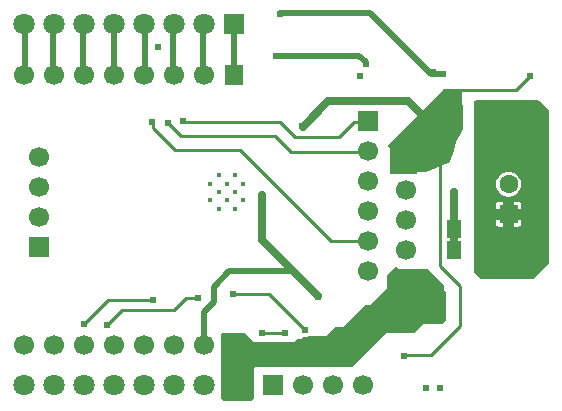
<source format=gbl>
G04 Layer: BottomLayer*
G04 EasyEDA v6.5.44, 2024-09-01 12:15:54*
G04 62699ee94d054cea995aae1e18215b50,9332716679504667801b7cb99b0421ba,10*
G04 Gerber Generator version 0.2*
G04 Scale: 100 percent, Rotated: No, Reflected: No *
G04 Dimensions in inches *
G04 leading zeros omitted , absolute positions ,3 integer and 6 decimal *
%FSLAX36Y36*%
%MOIN*%

%AMMACRO1*21,1,$1,$2,0,0,$3*%
%ADD10C,0.0250*%
%ADD11C,0.0100*%
%ADD12C,0.0200*%
%ADD13MACRO1,0.0472X0.0591X0.0000*%
%ADD14MACRO1,0.0669X0.0669X-90.0000*%
%ADD15C,0.0669*%
%ADD16MACRO1,0.062X0.0669X0.0000*%
%ADD17MACRO1,0.0709X0.0709X0.0000*%
%ADD18C,0.0709*%
%ADD19R,0.0669X0.0669*%
%ADD20R,0.0709X0.0709*%
%ADD21R,0.0630X0.0630*%
%ADD22C,0.0630*%
%ADD23C,0.0157*%
%ADD24C,0.0244*%
%ADD25C,0.0128*%

%LPD*%
G36*
X2447660Y2219220D02*
G01*
X2446140Y2219520D01*
X2444840Y2220380D01*
X2443960Y2221680D01*
X2443660Y2223220D01*
X2443660Y2304820D01*
X2443480Y2305440D01*
X2440540Y2309120D01*
X2439880Y2310300D01*
X2439660Y2311620D01*
X2439660Y2316560D01*
X2439960Y2318100D01*
X2440820Y2319380D01*
X2620500Y2500040D01*
X2621800Y2500900D01*
X2623320Y2501220D01*
X2672000Y2501220D01*
X2673540Y2500920D01*
X2674840Y2500040D01*
X2683500Y2491380D01*
X2684360Y2490080D01*
X2684660Y2488560D01*
X2684660Y2452600D01*
X2684740Y2452200D01*
X2686040Y2450140D01*
X2686500Y2449120D01*
X2686660Y2448000D01*
X2686660Y2365240D01*
X2686540Y2364240D01*
X2686160Y2363320D01*
X2665120Y2325220D01*
X2664940Y2324740D01*
X2655100Y2285420D01*
X2654800Y2284600D01*
X2640680Y2256360D01*
X2639820Y2255200D01*
X2638600Y2254440D01*
X2564380Y2224500D01*
X2562880Y2224220D01*
X2535060Y2224220D01*
X2534380Y2223940D01*
X2530840Y2220380D01*
X2529540Y2219520D01*
X2528000Y2219220D01*
G37*

%LPD*%
G36*
X2746660Y1870000D02*
G01*
X2745120Y1870300D01*
X2743820Y1871180D01*
X2726180Y1888820D01*
X2725299Y1890120D01*
X2725000Y1891660D01*
X2725000Y2458340D01*
X2725299Y2459880D01*
X2726180Y2461180D01*
X2728820Y2463820D01*
X2730120Y2464700D01*
X2731660Y2465000D01*
X2938340Y2465000D01*
X2939880Y2464700D01*
X2941180Y2463820D01*
X2973820Y2431180D01*
X2974700Y2429880D01*
X2975000Y2428340D01*
X2975000Y1921660D01*
X2974700Y1920120D01*
X2973820Y1918820D01*
X2926180Y1871180D01*
X2924880Y1870300D01*
X2923340Y1870000D01*
G37*

%LPC*%
G36*
X2808720Y2043300D02*
G01*
X2821760Y2043300D01*
X2821760Y2066759D01*
X2798300Y2066759D01*
X2798300Y2053720D01*
X2798580Y2051240D01*
X2799340Y2049079D01*
X2800539Y2047160D01*
X2802160Y2045540D01*
X2804080Y2044340D01*
X2806240Y2043580D01*
G37*
G36*
X2858240Y2043300D02*
G01*
X2871280Y2043300D01*
X2873759Y2043580D01*
X2875920Y2044340D01*
X2877840Y2045540D01*
X2879460Y2047160D01*
X2880659Y2049079D01*
X2881420Y2051240D01*
X2881700Y2053720D01*
X2881700Y2066759D01*
X2858240Y2066759D01*
G37*
G36*
X2798300Y2103240D02*
G01*
X2821760Y2103240D01*
X2821760Y2126700D01*
X2808720Y2126700D01*
X2806240Y2126420D01*
X2804080Y2125660D01*
X2802160Y2124460D01*
X2800539Y2122840D01*
X2799340Y2120920D01*
X2798580Y2118760D01*
X2798300Y2116280D01*
G37*
G36*
X2858240Y2103240D02*
G01*
X2881700Y2103240D01*
X2881700Y2116280D01*
X2881420Y2118760D01*
X2880659Y2120920D01*
X2879460Y2122840D01*
X2877840Y2124460D01*
X2875920Y2125660D01*
X2873759Y2126420D01*
X2871280Y2126700D01*
X2858240Y2126700D01*
G37*
G36*
X2840000Y2143320D02*
G01*
X2845440Y2143660D01*
X2850779Y2144740D01*
X2855960Y2146480D01*
X2860840Y2148900D01*
X2865380Y2151920D01*
X2869480Y2155520D01*
X2873080Y2159620D01*
X2876100Y2164160D01*
X2878519Y2169040D01*
X2880260Y2174220D01*
X2881340Y2179560D01*
X2881680Y2185000D01*
X2881340Y2190440D01*
X2880260Y2195780D01*
X2878519Y2200960D01*
X2876100Y2205840D01*
X2873080Y2210380D01*
X2869480Y2214480D01*
X2865380Y2218080D01*
X2860840Y2221100D01*
X2855960Y2223520D01*
X2850779Y2225260D01*
X2845440Y2226340D01*
X2840000Y2226680D01*
X2834560Y2226340D01*
X2829220Y2225260D01*
X2824040Y2223520D01*
X2819160Y2221100D01*
X2814620Y2218080D01*
X2810520Y2214480D01*
X2806920Y2210380D01*
X2803900Y2205840D01*
X2801480Y2200960D01*
X2799740Y2195780D01*
X2798660Y2190440D01*
X2798320Y2185000D01*
X2798660Y2179560D01*
X2799740Y2174220D01*
X2801480Y2169040D01*
X2803900Y2164160D01*
X2806920Y2159620D01*
X2810520Y2155520D01*
X2814620Y2151920D01*
X2819160Y2148900D01*
X2824040Y2146480D01*
X2829220Y2144740D01*
X2834560Y2143660D01*
G37*

%LPD*%
G36*
X1892060Y1461699D02*
G01*
X1890540Y1462020D01*
X1889240Y1462880D01*
X1883580Y1468540D01*
X1882700Y1469840D01*
X1882400Y1471360D01*
X1882400Y1684820D01*
X1882700Y1686320D01*
X1883540Y1687600D01*
X1884800Y1688480D01*
X1886300Y1688820D01*
X1957680Y1690660D01*
X1959280Y1690380D01*
X1960620Y1689500D01*
X1989120Y1660980D01*
X1989800Y1660700D01*
X1993740Y1660700D01*
X1995280Y1660400D01*
X1996579Y1659540D01*
X1998440Y1657780D01*
X1998800Y1657700D01*
X2124020Y1657700D01*
X2124680Y1657980D01*
X2135100Y1668400D01*
X2136540Y1669340D01*
X2138240Y1669560D01*
X2148940Y1668740D01*
X2149680Y1668980D01*
X2156180Y1675480D01*
X2157260Y1676260D01*
X2158540Y1676639D01*
X2160280Y1676480D01*
X2164080Y1676320D01*
X2167840Y1676800D01*
X2171460Y1677920D01*
X2173080Y1678600D01*
X2174000Y1678700D01*
X2231020Y1678700D01*
X2231680Y1678980D01*
X2260240Y1707540D01*
X2261540Y1708400D01*
X2263060Y1708700D01*
X2286020Y1708700D01*
X2286680Y1708980D01*
X2360240Y1782540D01*
X2361540Y1783400D01*
X2363060Y1783700D01*
X2381020Y1783700D01*
X2381680Y1783980D01*
X2435120Y1837440D01*
X2435400Y1838100D01*
X2435400Y1881060D01*
X2435700Y1882580D01*
X2436580Y1883880D01*
X2461240Y1908540D01*
X2462540Y1909400D01*
X2464060Y1909700D01*
X2466740Y1909700D01*
X2468280Y1909400D01*
X2469580Y1908540D01*
X2474120Y1903980D01*
X2474800Y1903700D01*
X2568740Y1903700D01*
X2570280Y1903400D01*
X2571580Y1902540D01*
X2622240Y1851879D01*
X2623100Y1850580D01*
X2623399Y1849060D01*
X2623399Y1834100D01*
X2623680Y1833440D01*
X2629240Y1827880D01*
X2630100Y1826579D01*
X2630400Y1825060D01*
X2630400Y1732360D01*
X2630100Y1730840D01*
X2629240Y1729540D01*
X2620580Y1720880D01*
X2619280Y1720020D01*
X2617740Y1719700D01*
X2555800Y1719700D01*
X2555120Y1719440D01*
X2526580Y1690880D01*
X2525280Y1690020D01*
X2523740Y1689700D01*
X2433800Y1689700D01*
X2433120Y1689440D01*
X2320580Y1576879D01*
X2319280Y1576020D01*
X2317740Y1575700D01*
X1995800Y1575700D01*
X1995120Y1575440D01*
X1992680Y1572980D01*
X1992400Y1572320D01*
X1992400Y1475360D01*
X1992100Y1473839D01*
X1991240Y1472540D01*
X1981579Y1462880D01*
X1980280Y1462020D01*
X1978740Y1461699D01*
G37*

%LPD*%
D10*
X2203721Y1812593D02*
G01*
X2018721Y1997593D01*
X2018721Y2120594D01*
X2018721Y2120594D02*
G01*
X2018721Y2149594D01*
D11*
X1654674Y2391718D02*
G01*
X1654674Y2373719D01*
X1728674Y2299719D01*
X1943674Y2299719D01*
X2247673Y1995718D01*
X2365673Y1995718D01*
X1704817Y2389434D02*
G01*
X1747674Y2346576D01*
X2061959Y2346576D01*
X2114817Y2293719D01*
X2364817Y2293719D01*
X2366959Y2295862D01*
X1751959Y2393004D02*
G01*
X2078388Y2393004D01*
X2128388Y2343004D01*
X2274817Y2343004D01*
X2324817Y2393004D01*
X2364817Y2393004D01*
X2371959Y2400147D01*
D12*
X2078800Y2754699D02*
G01*
X2378800Y2754699D01*
X2580799Y2552700D01*
X2621800Y2552700D01*
X2063805Y2613672D02*
G01*
X2341805Y2613672D01*
X2363805Y2591673D01*
X1923948Y2713292D02*
G01*
X1923948Y2554292D01*
X1926999Y2543292D01*
X1819948Y2720291D02*
G01*
X1819948Y2552292D01*
X1823948Y2548292D01*
X1722947Y2718292D02*
G01*
X1722947Y2548292D01*
X1626948Y2725291D02*
G01*
X1626948Y2549292D01*
X1623948Y2546291D01*
X1524948Y2719292D02*
G01*
X1524948Y2551291D01*
X1525947Y2550291D01*
X1422947Y2720291D02*
G01*
X1422947Y2548292D01*
X1321948Y2722292D02*
G01*
X1321948Y2552292D01*
X1325947Y2548292D01*
X1227789Y2548921D02*
G01*
X1227789Y2714450D01*
X1222947Y2719292D01*
D11*
X2491530Y1612590D02*
G01*
X2491530Y1615142D01*
X2580600Y1615142D01*
X2679492Y1714032D01*
X2679492Y1847366D01*
X2612826Y1914032D01*
X2612826Y2247865D01*
X2548662Y2312031D01*
D12*
X1824903Y1648645D02*
G01*
X1824903Y1759358D01*
X1857047Y1791502D01*
X1857047Y1842930D01*
X1908476Y1894358D01*
X2117761Y1894358D01*
X2204189Y1807930D01*
D10*
X2154331Y2377217D02*
G01*
X2238329Y2461215D01*
X2506328Y2461215D01*
X2548660Y2418883D01*
X2548660Y2312220D01*
D11*
X1923437Y1820059D02*
G01*
X2041751Y1820059D01*
X2163119Y1698690D01*
X2018888Y1689780D02*
G01*
X2090888Y1689780D01*
X2095888Y1684780D01*
X1500000Y1715000D02*
G01*
X1550000Y1765000D01*
X1725000Y1765000D01*
X1765000Y1805000D01*
X1805000Y1805000D01*
X1425001Y1720000D02*
G01*
X1505001Y1800000D01*
X1655195Y1800000D01*
X2602200Y2450900D02*
G01*
X2651300Y2500000D01*
X2865000Y2500000D01*
X2910000Y2545000D01*
D10*
X2811611Y2400000D02*
G01*
X2840000Y2400000D01*
X2850000Y2390000D01*
X2850000Y2385000D01*
X2657759Y1965000D02*
G01*
X2657759Y2035000D01*
X2657759Y2124733D02*
G01*
X2657759Y2160000D01*
X2657759Y2035000D02*
G01*
X2657759Y2124733D01*
D13*
G01*
X2752239Y2035000D03*
G01*
X2657760Y2035000D03*
G01*
X2752239Y1965000D03*
G01*
X2657760Y1965000D03*
D14*
G01*
X2497333Y2265666D03*
D15*
G01*
X2497330Y2165670D03*
G01*
X2497330Y2065670D03*
G01*
X2497330Y1965670D03*
G01*
X1225000Y2550000D03*
G01*
X1325000Y2550000D03*
G01*
X1425000Y2550000D03*
G01*
X1525000Y2550000D03*
G01*
X1625000Y2550000D03*
G01*
X1725000Y2550000D03*
G01*
X1825000Y2550000D03*
D16*
G01*
X1925000Y2550000D03*
D17*
G01*
X1925000Y1515000D03*
D18*
G01*
X1825000Y1515000D03*
G01*
X1725000Y1515000D03*
G01*
X1625000Y1515000D03*
G01*
X1525000Y1515000D03*
G01*
X1425000Y1515000D03*
G01*
X1325000Y1515000D03*
G01*
X1225000Y1515000D03*
D15*
G01*
X1225000Y1650000D03*
G01*
X1325000Y1650000D03*
G01*
X1425000Y1650000D03*
G01*
X1525000Y1650000D03*
G01*
X1625000Y1650000D03*
G01*
X1725000Y1650000D03*
G01*
X1825000Y1650000D03*
D16*
G01*
X1925000Y1650000D03*
D14*
G01*
X2370000Y2395000D03*
D15*
G01*
X2370000Y2295000D03*
G01*
X2370000Y2195000D03*
G01*
X2370000Y2095000D03*
G01*
X2370000Y1995000D03*
G01*
X2370000Y1895000D03*
D19*
G01*
X1275000Y1975000D03*
D15*
G01*
X1275000Y2075000D03*
G01*
X1275000Y2175000D03*
G01*
X1275000Y2275000D03*
D19*
G01*
X2055000Y1515000D03*
D15*
G01*
X2155000Y1515000D03*
G01*
X2255000Y1515000D03*
G01*
X2355000Y1515000D03*
D20*
G01*
X1925000Y2720000D03*
D18*
G01*
X1825000Y2720000D03*
G01*
X1725000Y2720000D03*
G01*
X1625000Y2720000D03*
G01*
X1525000Y2720000D03*
G01*
X1425000Y2720000D03*
G01*
X1325000Y2720000D03*
G01*
X1225000Y2720000D03*
D21*
G01*
X2840000Y2085000D03*
D22*
G01*
X2840000Y2185000D03*
D23*
G01*
X1928819Y2159070D03*
G01*
X1873699Y2159070D03*
G01*
X1873699Y2103950D03*
G01*
X1928819Y2103950D03*
G01*
X1956379Y2131509D03*
G01*
X1901260Y2131509D03*
G01*
X1846139Y2131509D03*
G01*
X1873699Y2214189D03*
G01*
X1928819Y2214189D03*
G01*
X1956379Y2186630D03*
G01*
X1901260Y2186630D03*
G01*
X1846139Y2186630D03*
D24*
G01*
X1425000Y1720000D03*
G01*
X1655200Y1800000D03*
G01*
X1500000Y1715000D03*
G01*
X1805000Y1805000D03*
G01*
X1755200Y2395000D03*
G01*
X1705200Y2390000D03*
G01*
X1920000Y1820000D03*
G01*
X2502920Y1850210D03*
G01*
X2502920Y1884209D03*
G01*
X2151660Y2379879D03*
G01*
X2094600Y1688130D03*
G01*
X2163119Y1698690D03*
G01*
X2018890Y1689780D03*
G01*
X2430259Y1716999D03*
G01*
X2459690Y1730999D03*
G01*
X2491830Y1742849D03*
G01*
X2063800Y2611799D03*
G01*
X2344660Y2545799D03*
G01*
X2366090Y2587229D03*
G01*
X2205609Y1810410D03*
G01*
X2491530Y1612590D03*
G01*
X2563400Y1506990D03*
G01*
X2611970Y1505569D03*
G01*
X2589809Y2557669D03*
G01*
X2621809Y2552669D03*
G01*
X2077809Y2753670D03*
G01*
X2910000Y2545000D03*
G01*
X1653100Y2392669D03*
G01*
X2018720Y2149589D03*
G01*
X2018720Y2120590D03*
G01*
X2015720Y2088589D03*
G01*
X2020720Y2040590D03*
G01*
X1672749Y2642060D03*
G01*
X2655000Y2405000D03*
G01*
X2674290Y2385709D03*
G01*
X2811610Y2400000D03*
G01*
X2850000Y2385000D03*
G01*
X2825000Y2005000D03*
G01*
X2826999Y1969870D03*
G01*
X2750000Y2395000D03*
G01*
X2490000Y2315000D03*
G01*
X2515000Y2335000D03*
G01*
X2655000Y2445000D03*
G01*
X2657759Y2160000D03*
G01*
X2657759Y2124729D03*
M02*

</source>
